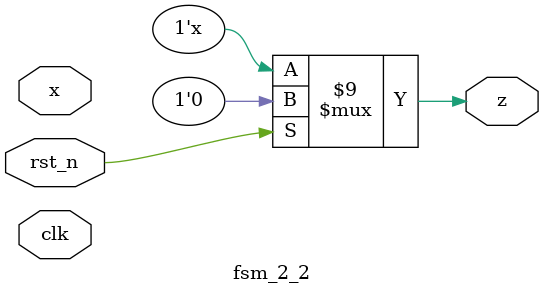
<source format=sv>
module fsm_2_2 (
    output logic z,
    input  logic clk,
    rst_n,
    x
);

  typedef enum {
    INVERT,
    COPY
  } fsm_state_e;
  fsm_state_e state;

  always_comb
    if (rst_n) begin
      state = COPY;
      z     = 0;
    end else begin
      unique case (state)
        COPY: begin
          state = x ? INVERT : COPY;
          z = x;
        end
        INVERT: z = ~x;
      endcase
    end
endmodule

</source>
